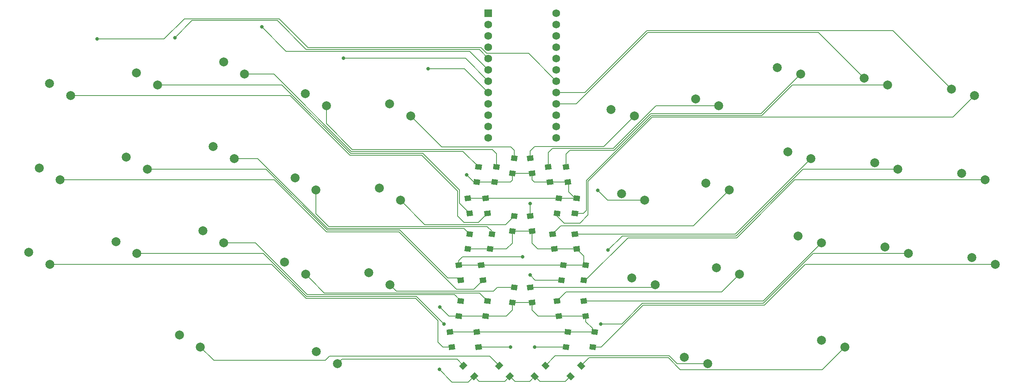
<source format=gbr>
G04 #@! TF.GenerationSoftware,KiCad,Pcbnew,(5.1.9)-1*
G04 #@! TF.CreationDate,2021-11-23T16:25:02-08:00*
G04 #@! TF.ProjectId,Claudia_choc,436c6175-6469-4615-9f63-686f632e6b69,rev?*
G04 #@! TF.SameCoordinates,Original*
G04 #@! TF.FileFunction,Copper,L1,Top*
G04 #@! TF.FilePolarity,Positive*
%FSLAX46Y46*%
G04 Gerber Fmt 4.6, Leading zero omitted, Abs format (unit mm)*
G04 Created by KiCad (PCBNEW (5.1.9)-1) date 2021-11-23 16:25:02*
%MOMM*%
%LPD*%
G01*
G04 APERTURE LIST*
G04 #@! TA.AperFunction,ComponentPad*
%ADD10C,2.000000*%
G04 #@! TD*
G04 #@! TA.AperFunction,ComponentPad*
%ADD11C,1.752600*%
G04 #@! TD*
G04 #@! TA.AperFunction,ComponentPad*
%ADD12R,1.752600X1.752600*%
G04 #@! TD*
G04 #@! TA.AperFunction,SMDPad,CuDef*
%ADD13C,0.100000*%
G04 #@! TD*
G04 #@! TA.AperFunction,ViaPad*
%ADD14C,0.800000*%
G04 #@! TD*
G04 #@! TA.AperFunction,Conductor*
%ADD15C,0.200000*%
G04 #@! TD*
G04 APERTURE END LIST*
D10*
X32079970Y-53591352D03*
X36786775Y-56285045D03*
X174330985Y-114932695D03*
X179549641Y-116407695D03*
X29758359Y-72499356D03*
X34465164Y-75193049D03*
X27436748Y-91407361D03*
X32143553Y-94101054D03*
X51568377Y-51185962D03*
X56275182Y-53879655D03*
X49246766Y-70093966D03*
X53953571Y-72787659D03*
X46925155Y-89001971D03*
X51631960Y-91695664D03*
X71056784Y-48780572D03*
X75763589Y-51474265D03*
X68735173Y-67688576D03*
X73441978Y-70382269D03*
X66413562Y-86596581D03*
X71120367Y-89290274D03*
X89384385Y-55829184D03*
X94091190Y-58522877D03*
X87062774Y-74737188D03*
X91769579Y-77430881D03*
X84741163Y-93645193D03*
X89447968Y-96338886D03*
X61148295Y-109941415D03*
X65855100Y-112635108D03*
X103649168Y-95966804D03*
X108355973Y-98660497D03*
X160233761Y-78277492D03*
X165452417Y-79752492D03*
X162555371Y-97185497D03*
X167774027Y-98660497D03*
X179141765Y-75955881D03*
X184360421Y-77430881D03*
X181463376Y-94863886D03*
X186682032Y-96338886D03*
X205056244Y-111160108D03*
X210274900Y-112635108D03*
X195147755Y-49999265D03*
X200366411Y-51474265D03*
X197469366Y-68907269D03*
X202688022Y-70382269D03*
X199790977Y-87815274D03*
X205009633Y-89290274D03*
X214636162Y-52404655D03*
X219854818Y-53879655D03*
X216957773Y-71312659D03*
X222176429Y-72787659D03*
X219279384Y-90220664D03*
X224498040Y-91695664D03*
X234124569Y-54810045D03*
X239343225Y-56285045D03*
X238767791Y-92626054D03*
X243986447Y-94101054D03*
X108292389Y-58150795D03*
X112999194Y-60844488D03*
X105970778Y-77058799D03*
X110677583Y-79752492D03*
X236446180Y-73718049D03*
X241664836Y-75193049D03*
X176820154Y-57047877D03*
X182038810Y-58522877D03*
X157912150Y-59369488D03*
X163130806Y-60844488D03*
X91873554Y-113714002D03*
X96580359Y-116407695D03*
D11*
X145643600Y-37820600D03*
X130403600Y-65760600D03*
X145643600Y-40360600D03*
X145643600Y-42900600D03*
X145643600Y-45440600D03*
X145643600Y-47980600D03*
X145643600Y-50520600D03*
X145643600Y-53060600D03*
X145643600Y-55600600D03*
X145643600Y-58140600D03*
X145643600Y-60680600D03*
X145643600Y-63220600D03*
X145643600Y-65760600D03*
X130403600Y-63220600D03*
X130403600Y-60680600D03*
X130403600Y-58140600D03*
X130403600Y-55600600D03*
X130403600Y-53060600D03*
X130403600Y-50520600D03*
X130403600Y-47980600D03*
X130403600Y-45440600D03*
X130403600Y-42900600D03*
X130403600Y-40360600D03*
D12*
X130403600Y-37820600D03*
G04 #@! TA.AperFunction,SMDPad,CuDef*
D13*
G36*
X154414483Y-113368164D02*
G01*
X153024918Y-113197547D01*
X153171161Y-112006492D01*
X154560726Y-112177109D01*
X154414483Y-113368164D01*
G37*
G04 #@! TD.AperFunction*
G04 #@! TA.AperFunction,SMDPad,CuDef*
G36*
X154828839Y-109993508D02*
G01*
X153439274Y-109822891D01*
X153585517Y-108631836D01*
X154975082Y-108802453D01*
X154828839Y-109993508D01*
G37*
G04 #@! TD.AperFunction*
G04 #@! TA.AperFunction,SMDPad,CuDef*
G36*
X152414483Y-98368164D02*
G01*
X151024918Y-98197547D01*
X151171161Y-97006492D01*
X152560726Y-97177109D01*
X152414483Y-98368164D01*
G37*
G04 #@! TD.AperFunction*
G04 #@! TA.AperFunction,SMDPad,CuDef*
G36*
X152828839Y-94993508D02*
G01*
X151439274Y-94822891D01*
X151585517Y-93631836D01*
X152975082Y-93802453D01*
X152828839Y-94993508D01*
G37*
G04 #@! TD.AperFunction*
G04 #@! TA.AperFunction,SMDPad,CuDef*
G36*
X146414483Y-83368164D02*
G01*
X145024918Y-83197547D01*
X145171161Y-82006492D01*
X146560726Y-82177109D01*
X146414483Y-83368164D01*
G37*
G04 #@! TD.AperFunction*
G04 #@! TA.AperFunction,SMDPad,CuDef*
G36*
X146828839Y-79993508D02*
G01*
X145439274Y-79822891D01*
X145585517Y-78631836D01*
X146975082Y-78802453D01*
X146828839Y-79993508D01*
G37*
G04 #@! TD.AperFunction*
G04 #@! TA.AperFunction,SMDPad,CuDef*
G36*
X148414483Y-113368164D02*
G01*
X147024918Y-113197547D01*
X147171161Y-112006492D01*
X148560726Y-112177109D01*
X148414483Y-113368164D01*
G37*
G04 #@! TD.AperFunction*
G04 #@! TA.AperFunction,SMDPad,CuDef*
G36*
X148828839Y-109993508D02*
G01*
X147439274Y-109822891D01*
X147585517Y-108631836D01*
X148975082Y-108802453D01*
X148828839Y-109993508D01*
G37*
G04 #@! TD.AperFunction*
G04 #@! TA.AperFunction,SMDPad,CuDef*
G36*
X147414483Y-98368164D02*
G01*
X146024918Y-98197547D01*
X146171161Y-97006492D01*
X147560726Y-97177109D01*
X147414483Y-98368164D01*
G37*
G04 #@! TD.AperFunction*
G04 #@! TA.AperFunction,SMDPad,CuDef*
G36*
X147828839Y-94993508D02*
G01*
X146439274Y-94822891D01*
X146585517Y-93631836D01*
X147975082Y-93802453D01*
X147828839Y-94993508D01*
G37*
G04 #@! TD.AperFunction*
G04 #@! TA.AperFunction,SMDPad,CuDef*
G36*
X150414483Y-83368164D02*
G01*
X149024918Y-83197547D01*
X149171161Y-82006492D01*
X150560726Y-82177109D01*
X150414483Y-83368164D01*
G37*
G04 #@! TD.AperFunction*
G04 #@! TA.AperFunction,SMDPad,CuDef*
G36*
X150828839Y-79993508D02*
G01*
X149439274Y-79822891D01*
X149585517Y-78631836D01*
X150975082Y-78802453D01*
X150828839Y-79993508D01*
G37*
G04 #@! TD.AperFunction*
G04 #@! TA.AperFunction,SMDPad,CuDef*
G36*
X151024918Y-101802453D02*
G01*
X152414483Y-101631836D01*
X152560726Y-102822891D01*
X151171161Y-102993508D01*
X151024918Y-101802453D01*
G37*
G04 #@! TD.AperFunction*
G04 #@! TA.AperFunction,SMDPad,CuDef*
G36*
X151439274Y-105177109D02*
G01*
X152828839Y-105006492D01*
X152975082Y-106197547D01*
X151585517Y-106368164D01*
X151439274Y-105177109D01*
G37*
G04 #@! TD.AperFunction*
G04 #@! TA.AperFunction,SMDPad,CuDef*
G36*
X149024918Y-86802453D02*
G01*
X150414483Y-86631836D01*
X150560726Y-87822891D01*
X149171161Y-87993508D01*
X149024918Y-86802453D01*
G37*
G04 #@! TD.AperFunction*
G04 #@! TA.AperFunction,SMDPad,CuDef*
G36*
X149439274Y-90177109D02*
G01*
X150828839Y-90006492D01*
X150975082Y-91197547D01*
X149585517Y-91368164D01*
X149439274Y-90177109D01*
G37*
G04 #@! TD.AperFunction*
G04 #@! TA.AperFunction,SMDPad,CuDef*
G36*
X147024918Y-71802453D02*
G01*
X148414483Y-71631836D01*
X148560726Y-72822891D01*
X147171161Y-72993508D01*
X147024918Y-71802453D01*
G37*
G04 #@! TD.AperFunction*
G04 #@! TA.AperFunction,SMDPad,CuDef*
G36*
X147439274Y-75177109D02*
G01*
X148828839Y-75006492D01*
X148975082Y-76197547D01*
X147585517Y-76368164D01*
X147439274Y-75177109D01*
G37*
G04 #@! TD.AperFunction*
G04 #@! TA.AperFunction,SMDPad,CuDef*
G36*
X151131371Y-115878679D02*
G01*
X152121321Y-116868629D01*
X151272793Y-117717157D01*
X150282843Y-116727207D01*
X151131371Y-115878679D01*
G37*
G04 #@! TD.AperFunction*
G04 #@! TA.AperFunction,SMDPad,CuDef*
G36*
X148727207Y-118282843D02*
G01*
X149717157Y-119272793D01*
X148868629Y-120121321D01*
X147878679Y-119131371D01*
X148727207Y-118282843D01*
G37*
G04 #@! TD.AperFunction*
G04 #@! TA.AperFunction,SMDPad,CuDef*
G36*
X145439274Y-105177109D02*
G01*
X146828839Y-105006492D01*
X146975082Y-106197547D01*
X145585517Y-106368164D01*
X145439274Y-105177109D01*
G37*
G04 #@! TD.AperFunction*
G04 #@! TA.AperFunction,SMDPad,CuDef*
G36*
X145024918Y-101802453D02*
G01*
X146414483Y-101631836D01*
X146560726Y-102822891D01*
X145171161Y-102993508D01*
X145024918Y-101802453D01*
G37*
G04 #@! TD.AperFunction*
G04 #@! TA.AperFunction,SMDPad,CuDef*
G36*
X144024918Y-86802453D02*
G01*
X145414483Y-86631836D01*
X145560726Y-87822891D01*
X144171161Y-87993508D01*
X144024918Y-86802453D01*
G37*
G04 #@! TD.AperFunction*
G04 #@! TA.AperFunction,SMDPad,CuDef*
G36*
X144439274Y-90177109D02*
G01*
X145828839Y-90006492D01*
X145975082Y-91197547D01*
X144585517Y-91368164D01*
X144439274Y-90177109D01*
G37*
G04 #@! TD.AperFunction*
G04 #@! TA.AperFunction,SMDPad,CuDef*
G36*
X143024918Y-71802453D02*
G01*
X144414483Y-71631836D01*
X144560726Y-72822891D01*
X143171161Y-72993508D01*
X143024918Y-71802453D01*
G37*
G04 #@! TD.AperFunction*
G04 #@! TA.AperFunction,SMDPad,CuDef*
G36*
X143439274Y-75177109D02*
G01*
X144828839Y-75006492D01*
X144975082Y-76197547D01*
X143585517Y-76368164D01*
X143439274Y-75177109D01*
G37*
G04 #@! TD.AperFunction*
G04 #@! TA.AperFunction,SMDPad,CuDef*
G36*
X143131371Y-115878679D02*
G01*
X144121321Y-116868629D01*
X143272793Y-117717157D01*
X142282843Y-116727207D01*
X143131371Y-115878679D01*
G37*
G04 #@! TD.AperFunction*
G04 #@! TA.AperFunction,SMDPad,CuDef*
G36*
X140727207Y-118282843D02*
G01*
X141717157Y-119272793D01*
X140868629Y-120121321D01*
X139878679Y-119131371D01*
X140727207Y-118282843D01*
G37*
G04 #@! TD.AperFunction*
G04 #@! TA.AperFunction,SMDPad,CuDef*
G36*
X139439274Y-102177109D02*
G01*
X140828839Y-102006492D01*
X140975082Y-103197547D01*
X139585517Y-103368164D01*
X139439274Y-102177109D01*
G37*
G04 #@! TD.AperFunction*
G04 #@! TA.AperFunction,SMDPad,CuDef*
G36*
X139024918Y-98802453D02*
G01*
X140414483Y-98631836D01*
X140560726Y-99822891D01*
X139171161Y-99993508D01*
X139024918Y-98802453D01*
G37*
G04 #@! TD.AperFunction*
G04 #@! TA.AperFunction,SMDPad,CuDef*
G36*
X139024918Y-82802453D02*
G01*
X140414483Y-82631836D01*
X140560726Y-83822891D01*
X139171161Y-83993508D01*
X139024918Y-82802453D01*
G37*
G04 #@! TD.AperFunction*
G04 #@! TA.AperFunction,SMDPad,CuDef*
G36*
X139439274Y-86177109D02*
G01*
X140828839Y-86006492D01*
X140975082Y-87197547D01*
X139585517Y-87368164D01*
X139439274Y-86177109D01*
G37*
G04 #@! TD.AperFunction*
G04 #@! TA.AperFunction,SMDPad,CuDef*
G36*
X139439274Y-73177109D02*
G01*
X140828839Y-73006492D01*
X140975082Y-74197547D01*
X139585517Y-74368164D01*
X139439274Y-73177109D01*
G37*
G04 #@! TD.AperFunction*
G04 #@! TA.AperFunction,SMDPad,CuDef*
G36*
X139024918Y-69802453D02*
G01*
X140414483Y-69631836D01*
X140560726Y-70822891D01*
X139171161Y-70993508D01*
X139024918Y-69802453D01*
G37*
G04 #@! TD.AperFunction*
G04 #@! TA.AperFunction,SMDPad,CuDef*
G36*
X131878679Y-116868629D02*
G01*
X132868629Y-115878679D01*
X133717157Y-116727207D01*
X132727207Y-117717157D01*
X131878679Y-116868629D01*
G37*
G04 #@! TD.AperFunction*
G04 #@! TA.AperFunction,SMDPad,CuDef*
G36*
X134282843Y-119272793D02*
G01*
X135272793Y-118282843D01*
X136121321Y-119131371D01*
X135131371Y-120121321D01*
X134282843Y-119272793D01*
G37*
G04 #@! TD.AperFunction*
G04 #@! TA.AperFunction,SMDPad,CuDef*
G36*
X135171161Y-102006492D02*
G01*
X136560726Y-102177109D01*
X136414483Y-103368164D01*
X135024918Y-103197547D01*
X135171161Y-102006492D01*
G37*
G04 #@! TD.AperFunction*
G04 #@! TA.AperFunction,SMDPad,CuDef*
G36*
X135585517Y-98631836D02*
G01*
X136975082Y-98802453D01*
X136828839Y-99993508D01*
X135439274Y-99822891D01*
X135585517Y-98631836D01*
G37*
G04 #@! TD.AperFunction*
G04 #@! TA.AperFunction,SMDPad,CuDef*
G36*
X135585517Y-82631836D02*
G01*
X136975082Y-82802453D01*
X136828839Y-83993508D01*
X135439274Y-83822891D01*
X135585517Y-82631836D01*
G37*
G04 #@! TD.AperFunction*
G04 #@! TA.AperFunction,SMDPad,CuDef*
G36*
X135171161Y-86006492D02*
G01*
X136560726Y-86177109D01*
X136414483Y-87368164D01*
X135024918Y-87197547D01*
X135171161Y-86006492D01*
G37*
G04 #@! TD.AperFunction*
G04 #@! TA.AperFunction,SMDPad,CuDef*
G36*
X135171161Y-73006492D02*
G01*
X136560726Y-73177109D01*
X136414483Y-74368164D01*
X135024918Y-74197547D01*
X135171161Y-73006492D01*
G37*
G04 #@! TD.AperFunction*
G04 #@! TA.AperFunction,SMDPad,CuDef*
G36*
X135585517Y-69631836D02*
G01*
X136975082Y-69802453D01*
X136828839Y-70993508D01*
X135439274Y-70822891D01*
X135585517Y-69631836D01*
G37*
G04 #@! TD.AperFunction*
G04 #@! TA.AperFunction,SMDPad,CuDef*
G36*
X123878679Y-116868629D02*
G01*
X124868629Y-115878679D01*
X125717157Y-116727207D01*
X124727207Y-117717157D01*
X123878679Y-116868629D01*
G37*
G04 #@! TD.AperFunction*
G04 #@! TA.AperFunction,SMDPad,CuDef*
G36*
X126282843Y-119272793D02*
G01*
X127272793Y-118282843D01*
X128121321Y-119131371D01*
X127131371Y-120121321D01*
X126282843Y-119272793D01*
G37*
G04 #@! TD.AperFunction*
G04 #@! TA.AperFunction,SMDPad,CuDef*
G36*
X129585517Y-101631836D02*
G01*
X130975082Y-101802453D01*
X130828839Y-102993508D01*
X129439274Y-102822891D01*
X129585517Y-101631836D01*
G37*
G04 #@! TD.AperFunction*
G04 #@! TA.AperFunction,SMDPad,CuDef*
G36*
X129171161Y-105006492D02*
G01*
X130560726Y-105177109D01*
X130414483Y-106368164D01*
X129024918Y-106197547D01*
X129171161Y-105006492D01*
G37*
G04 #@! TD.AperFunction*
G04 #@! TA.AperFunction,SMDPad,CuDef*
G36*
X130585517Y-86631836D02*
G01*
X131975082Y-86802453D01*
X131828839Y-87993508D01*
X130439274Y-87822891D01*
X130585517Y-86631836D01*
G37*
G04 #@! TD.AperFunction*
G04 #@! TA.AperFunction,SMDPad,CuDef*
G36*
X130171161Y-90006492D02*
G01*
X131560726Y-90177109D01*
X131414483Y-91368164D01*
X130024918Y-91197547D01*
X130171161Y-90006492D01*
G37*
G04 #@! TD.AperFunction*
G04 #@! TA.AperFunction,SMDPad,CuDef*
G36*
X131585517Y-71631836D02*
G01*
X132975082Y-71802453D01*
X132828839Y-72993508D01*
X131439274Y-72822891D01*
X131585517Y-71631836D01*
G37*
G04 #@! TD.AperFunction*
G04 #@! TA.AperFunction,SMDPad,CuDef*
G36*
X131171161Y-75006492D02*
G01*
X132560726Y-75177109D01*
X132414483Y-76368164D01*
X131024918Y-76197547D01*
X131171161Y-75006492D01*
G37*
G04 #@! TD.AperFunction*
G04 #@! TA.AperFunction,SMDPad,CuDef*
G36*
X123585517Y-101631836D02*
G01*
X124975082Y-101802453D01*
X124828839Y-102993508D01*
X123439274Y-102822891D01*
X123585517Y-101631836D01*
G37*
G04 #@! TD.AperFunction*
G04 #@! TA.AperFunction,SMDPad,CuDef*
G36*
X123171161Y-105006492D02*
G01*
X124560726Y-105177109D01*
X124414483Y-106368164D01*
X123024918Y-106197547D01*
X123171161Y-105006492D01*
G37*
G04 #@! TD.AperFunction*
G04 #@! TA.AperFunction,SMDPad,CuDef*
G36*
X125585517Y-86631836D02*
G01*
X126975082Y-86802453D01*
X126828839Y-87993508D01*
X125439274Y-87822891D01*
X125585517Y-86631836D01*
G37*
G04 #@! TD.AperFunction*
G04 #@! TA.AperFunction,SMDPad,CuDef*
G36*
X125171161Y-90006492D02*
G01*
X126560726Y-90177109D01*
X126414483Y-91368164D01*
X125024918Y-91197547D01*
X125171161Y-90006492D01*
G37*
G04 #@! TD.AperFunction*
G04 #@! TA.AperFunction,SMDPad,CuDef*
G36*
X127585517Y-71631836D02*
G01*
X128975082Y-71802453D01*
X128828839Y-72993508D01*
X127439274Y-72822891D01*
X127585517Y-71631836D01*
G37*
G04 #@! TD.AperFunction*
G04 #@! TA.AperFunction,SMDPad,CuDef*
G36*
X127171161Y-75006492D02*
G01*
X128560726Y-75177109D01*
X128414483Y-76368164D01*
X127024918Y-76197547D01*
X127171161Y-75006492D01*
G37*
G04 #@! TD.AperFunction*
G04 #@! TA.AperFunction,SMDPad,CuDef*
G36*
X128975082Y-113197547D02*
G01*
X127585517Y-113368164D01*
X127439274Y-112177109D01*
X128828839Y-112006492D01*
X128975082Y-113197547D01*
G37*
G04 #@! TD.AperFunction*
G04 #@! TA.AperFunction,SMDPad,CuDef*
G36*
X128560726Y-109822891D02*
G01*
X127171161Y-109993508D01*
X127024918Y-108802453D01*
X128414483Y-108631836D01*
X128560726Y-109822891D01*
G37*
G04 #@! TD.AperFunction*
G04 #@! TA.AperFunction,SMDPad,CuDef*
G36*
X124975082Y-98197547D02*
G01*
X123585517Y-98368164D01*
X123439274Y-97177109D01*
X124828839Y-97006492D01*
X124975082Y-98197547D01*
G37*
G04 #@! TD.AperFunction*
G04 #@! TA.AperFunction,SMDPad,CuDef*
G36*
X124560726Y-94822891D02*
G01*
X123171161Y-94993508D01*
X123024918Y-93802453D01*
X124414483Y-93631836D01*
X124560726Y-94822891D01*
G37*
G04 #@! TD.AperFunction*
G04 #@! TA.AperFunction,SMDPad,CuDef*
G36*
X126975082Y-83197547D02*
G01*
X125585517Y-83368164D01*
X125439274Y-82177109D01*
X126828839Y-82006492D01*
X126975082Y-83197547D01*
G37*
G04 #@! TD.AperFunction*
G04 #@! TA.AperFunction,SMDPad,CuDef*
G36*
X126560726Y-79822891D02*
G01*
X125171161Y-79993508D01*
X125024918Y-78802453D01*
X126414483Y-78631836D01*
X126560726Y-79822891D01*
G37*
G04 #@! TD.AperFunction*
G04 #@! TA.AperFunction,SMDPad,CuDef*
G36*
X122975082Y-113197547D02*
G01*
X121585517Y-113368164D01*
X121439274Y-112177109D01*
X122828839Y-112006492D01*
X122975082Y-113197547D01*
G37*
G04 #@! TD.AperFunction*
G04 #@! TA.AperFunction,SMDPad,CuDef*
G36*
X122560726Y-109822891D02*
G01*
X121171161Y-109993508D01*
X121024918Y-108802453D01*
X122414483Y-108631836D01*
X122560726Y-109822891D01*
G37*
G04 #@! TD.AperFunction*
G04 #@! TA.AperFunction,SMDPad,CuDef*
G36*
X129975082Y-98197547D02*
G01*
X128585517Y-98368164D01*
X128439274Y-97177109D01*
X129828839Y-97006492D01*
X129975082Y-98197547D01*
G37*
G04 #@! TD.AperFunction*
G04 #@! TA.AperFunction,SMDPad,CuDef*
G36*
X129560726Y-94822891D02*
G01*
X128171161Y-94993508D01*
X128024918Y-93802453D01*
X129414483Y-93631836D01*
X129560726Y-94822891D01*
G37*
G04 #@! TD.AperFunction*
G04 #@! TA.AperFunction,SMDPad,CuDef*
G36*
X130975082Y-83197547D02*
G01*
X129585517Y-83368164D01*
X129439274Y-82177109D01*
X130828839Y-82006492D01*
X130975082Y-83197547D01*
G37*
G04 #@! TD.AperFunction*
G04 #@! TA.AperFunction,SMDPad,CuDef*
G36*
X130560726Y-79822891D02*
G01*
X129171161Y-79993508D01*
X129024918Y-78802453D01*
X130414483Y-78631836D01*
X130560726Y-79822891D01*
G37*
G04 #@! TD.AperFunction*
D14*
X125552200Y-74091800D03*
X138099800Y-92430600D03*
X97950382Y-47934269D03*
X119557800Y-103682800D03*
X60134374Y-43291047D03*
X42729161Y-43613243D03*
X79622781Y-40885657D03*
X116858386Y-50255880D03*
X135382000Y-112687328D03*
X120421400Y-107492800D03*
X139792822Y-80518000D03*
X119430800Y-117703600D03*
X154935764Y-77546200D03*
X139725400Y-96520000D03*
X157226000Y-90932000D03*
X140741400Y-112687328D03*
X155600400Y-107467400D03*
D15*
X97570454Y-115417600D02*
X96580359Y-116407695D01*
X148000000Y-75700000D02*
X144000000Y-75700000D01*
X132000000Y-75700000D02*
X128000000Y-75700000D01*
X145792822Y-79312672D02*
X149792822Y-79312672D01*
X149792822Y-79312672D02*
X148361400Y-77881250D01*
X148361400Y-75841550D02*
X148207178Y-75687328D01*
X148361400Y-77881250D02*
X148361400Y-75841550D01*
X140207178Y-73687328D02*
X140207178Y-75183178D01*
X140711328Y-75687328D02*
X144207178Y-75687328D01*
X140207178Y-75183178D02*
X140711328Y-75687328D01*
X135792822Y-73687328D02*
X135792822Y-75255778D01*
X135361272Y-75687328D02*
X131792822Y-75687328D01*
X135792822Y-75255778D02*
X135361272Y-75687328D01*
X125792822Y-79312672D02*
X129792822Y-79312672D01*
X129792822Y-79312672D02*
X146207178Y-79312672D01*
X140207178Y-73687328D02*
X135792822Y-73687328D01*
X127792822Y-75687328D02*
X127147728Y-75687328D01*
X127147728Y-75687328D02*
X125552200Y-74091800D01*
X125552200Y-74091800D02*
X125552200Y-74091800D01*
X124207178Y-94312672D02*
X129207178Y-94312672D01*
X129207178Y-94312672D02*
X146792822Y-94312672D01*
X146792822Y-94312672D02*
X151792822Y-94312672D01*
X151792822Y-92272972D02*
X150207178Y-90687328D01*
X151792822Y-94312672D02*
X151792822Y-92272972D01*
X150207178Y-90687328D02*
X145207178Y-90687328D01*
X130792822Y-90687328D02*
X125792822Y-90687328D01*
X140207178Y-86687328D02*
X140207178Y-89407178D01*
X141487328Y-90687328D02*
X145207178Y-90687328D01*
X140207178Y-89407178D02*
X141487328Y-90687328D01*
X140207178Y-86687328D02*
X135792822Y-86687328D01*
X135792822Y-86687328D02*
X135792822Y-89352778D01*
X134458272Y-90687328D02*
X130792822Y-90687328D01*
X135792822Y-89352778D02*
X134458272Y-90687328D01*
X123792822Y-94312672D02*
X123792822Y-93275578D01*
X123792822Y-93275578D02*
X124637800Y-92430600D01*
X124637800Y-92430600D02*
X138099800Y-92430600D01*
X138099800Y-92430600D02*
X138099800Y-92430600D01*
X125277269Y-47934269D02*
X130403600Y-53060600D01*
X97950382Y-47934269D02*
X97950382Y-47934269D01*
X97950382Y-47934269D02*
X125277269Y-47934269D01*
X122207178Y-109312672D02*
X128207178Y-109312672D01*
X128207178Y-109312672D02*
X147792822Y-109312672D01*
X147792822Y-109312672D02*
X153792822Y-109312672D01*
X153792822Y-109312672D02*
X153792822Y-108555422D01*
X152207178Y-106969778D02*
X152207178Y-105687328D01*
X153792822Y-108555422D02*
X152207178Y-106969778D01*
X152207178Y-105687328D02*
X146207178Y-105687328D01*
X140207178Y-102687328D02*
X140207178Y-104367778D01*
X141526728Y-105687328D02*
X146207178Y-105687328D01*
X140207178Y-104367778D02*
X141526728Y-105687328D01*
X140207178Y-102687328D02*
X135792822Y-102687328D01*
X135792822Y-102687328D02*
X135792822Y-104338778D01*
X134444272Y-105687328D02*
X129792822Y-105687328D01*
X135792822Y-104338778D02*
X134444272Y-105687328D01*
X129792822Y-105687328D02*
X123792822Y-105687328D01*
X123792822Y-105687328D02*
X121562328Y-105687328D01*
X121562328Y-105687328D02*
X119557800Y-103682800D01*
X119557800Y-103682800D02*
X119557800Y-103682800D01*
X83097856Y-39460656D02*
X89592190Y-45954990D01*
X63964765Y-39460656D02*
X83097856Y-39460656D01*
X60134374Y-43291047D02*
X60134374Y-43291047D01*
X128377990Y-45954990D02*
X130403600Y-47980600D01*
X89592190Y-45954990D02*
X128377990Y-45954990D01*
X60134374Y-43291047D02*
X63964765Y-39460656D01*
X62255773Y-39060646D02*
X83510646Y-39060646D01*
X57703176Y-43613243D02*
X62255773Y-39060646D01*
X42729161Y-43613243D02*
X42729161Y-43613243D01*
X139387299Y-46804299D02*
X145643600Y-53060600D01*
X130026373Y-46804299D02*
X139387299Y-46804299D01*
X128777054Y-45554980D02*
X130026373Y-46804299D01*
X90004980Y-45554980D02*
X128777054Y-45554980D01*
X83510646Y-39060646D02*
X90004980Y-45554980D01*
X42729161Y-43613243D02*
X57703176Y-43613243D01*
X126238000Y-46355000D02*
X130403600Y-50520600D01*
X85092124Y-46355000D02*
X126238000Y-46355000D01*
X79622781Y-40885657D02*
X79622781Y-40885657D01*
X79622781Y-40885657D02*
X85092124Y-46355000D01*
X127202082Y-119202082D02*
X128346200Y-120346200D01*
X134057964Y-120346200D02*
X135202082Y-119202082D01*
X128346200Y-120346200D02*
X134057964Y-120346200D01*
X135202082Y-119202082D02*
X136345200Y-120345200D01*
X139654800Y-120345200D02*
X140797918Y-119202082D01*
X136345200Y-120345200D02*
X139654800Y-120345200D01*
X140797918Y-119202082D02*
X141941036Y-120345200D01*
X147654800Y-120345200D02*
X148797918Y-119202082D01*
X141941036Y-120345200D02*
X147654800Y-120345200D01*
X125058880Y-50255880D02*
X130403600Y-55600600D01*
X116858386Y-50255880D02*
X116858386Y-50255880D01*
X116858386Y-50255880D02*
X125058880Y-50255880D01*
X150063200Y-58140600D02*
X145643600Y-58140600D01*
X166067303Y-42136497D02*
X150063200Y-58140600D01*
X128134706Y-84759800D02*
X130207178Y-82687328D01*
X124968000Y-84759800D02*
X128134706Y-84759800D01*
X123526590Y-77679590D02*
X123526590Y-83318390D01*
X115468400Y-69621400D02*
X123526590Y-77679590D01*
X123526590Y-83318390D02*
X124968000Y-84759800D01*
X99351004Y-69621400D02*
X99542600Y-69621400D01*
X86014649Y-56285045D02*
X99351004Y-69621400D01*
X36786775Y-56285045D02*
X86014649Y-56285045D01*
X99542600Y-69621400D02*
X115468400Y-69621400D01*
X99351003Y-69621400D02*
X99542600Y-69621400D01*
X123266200Y-99720400D02*
X127174106Y-99720400D01*
X110413800Y-86868000D02*
X123266200Y-99720400D01*
X127174106Y-99720400D02*
X129207178Y-97687328D01*
X94093200Y-86868000D02*
X110413800Y-86868000D01*
X82418249Y-75193049D02*
X94093200Y-86868000D01*
X34465164Y-75193049D02*
X82418249Y-75193049D01*
X120205728Y-112687328D02*
X122207178Y-112687328D01*
X119100600Y-111582200D02*
X120205728Y-112687328D01*
X119100600Y-106737698D02*
X119100600Y-111582200D01*
X114140702Y-101777800D02*
X119100600Y-106737698D01*
X89521204Y-101777800D02*
X114140702Y-101777800D01*
X81844458Y-94101054D02*
X89521204Y-101777800D01*
X32143553Y-94101054D02*
X81844458Y-94101054D01*
X123926600Y-77444600D02*
X123926600Y-80406750D01*
X115697000Y-69215000D02*
X123926600Y-77444600D01*
X123926600Y-80406750D02*
X126207178Y-82687328D01*
X99510302Y-69215000D02*
X115697000Y-69215000D01*
X84174957Y-53879655D02*
X99510302Y-69215000D01*
X56275182Y-53879655D02*
X84174957Y-53879655D01*
X123668780Y-97148930D02*
X124207178Y-97687328D01*
X121278930Y-97148930D02*
X123668780Y-97148930D01*
X110591600Y-86461600D02*
X121278930Y-97148930D01*
X94252500Y-86461600D02*
X110591600Y-86461600D01*
X80578559Y-72787659D02*
X94252500Y-86461600D01*
X53953571Y-72787659D02*
X80578559Y-72787659D01*
X128207178Y-112687328D02*
X135382000Y-112687328D01*
X135382000Y-112687328D02*
X135382000Y-112687328D01*
X51631960Y-91695664D02*
X80004766Y-91695664D01*
X80004766Y-91695664D02*
X89648711Y-101339610D01*
X114268210Y-101339610D02*
X120421400Y-107492800D01*
X89648711Y-101339610D02*
X114268210Y-101339610D01*
X82335265Y-51474265D02*
X75763589Y-51474265D01*
X99669600Y-68808600D02*
X82335265Y-51474265D01*
X124703106Y-68808600D02*
X99669600Y-68808600D01*
X128207178Y-72312672D02*
X124703106Y-68808600D01*
X94411800Y-86055200D02*
X78738869Y-70382269D01*
X124949706Y-86055200D02*
X94411800Y-86055200D01*
X78738869Y-70382269D02*
X73441978Y-70382269D01*
X126207178Y-87312672D02*
X124949706Y-86055200D01*
X78165074Y-89290274D02*
X71120367Y-89290274D01*
X89814400Y-100939600D02*
X78165074Y-89290274D01*
X122834106Y-100939600D02*
X89814400Y-100939600D01*
X124207178Y-102312672D02*
X122834106Y-100939600D01*
X132207178Y-69342178D02*
X132207178Y-72312672D01*
X131267200Y-68402200D02*
X132207178Y-69342178D01*
X99923600Y-68402200D02*
X131267200Y-68402200D01*
X94091190Y-62569790D02*
X99923600Y-68402200D01*
X94091190Y-58522877D02*
X94091190Y-62569790D01*
X91769579Y-82803379D02*
X92887800Y-83921600D01*
X91769579Y-77430881D02*
X91769579Y-82803379D01*
X92887800Y-83921600D02*
X92769578Y-83803378D01*
X131207178Y-86708167D02*
X130147811Y-85648800D01*
X131207178Y-87312672D02*
X131207178Y-86708167D01*
X130147811Y-85648800D02*
X94615000Y-85648800D01*
X94615000Y-85648800D02*
X92887800Y-83921600D01*
X93635893Y-100526811D02*
X90447967Y-97338885D01*
X130207178Y-102312672D02*
X128421317Y-100526811D01*
X128421317Y-100526811D02*
X93635893Y-100526811D01*
X90447967Y-97338885D02*
X89447968Y-96338886D01*
X136207178Y-70312672D02*
X136207178Y-68541578D01*
X136207178Y-68541578D02*
X135458200Y-67792600D01*
X119947306Y-67792600D02*
X112999194Y-60844488D01*
X135458200Y-67792600D02*
X119947306Y-67792600D01*
X116167491Y-85242400D02*
X110677583Y-79752492D01*
X134277450Y-85242400D02*
X116167491Y-85242400D01*
X136207178Y-83312672D02*
X134277450Y-85242400D01*
X109822276Y-100126800D02*
X108355973Y-98660497D01*
X136207178Y-99312672D02*
X132358072Y-99312672D01*
X132358072Y-99312672D02*
X131543944Y-100126800D01*
X131543944Y-100126800D02*
X109822276Y-100126800D01*
X139792822Y-83312672D02*
X139792822Y-80518000D01*
X139792822Y-80518000D02*
X139792822Y-80518000D01*
X122275600Y-120548400D02*
X119430800Y-117703600D01*
X125855764Y-120548400D02*
X122275600Y-120548400D01*
X127202082Y-119202082D02*
X125855764Y-120548400D01*
X119430800Y-117703600D02*
X119430800Y-117703600D01*
X165912800Y-41706800D02*
X152019000Y-55600600D01*
X152019000Y-55600600D02*
X145643600Y-55600600D01*
X165942487Y-41736487D02*
X165912800Y-41706800D01*
X221051011Y-41736487D02*
X165942487Y-41736487D01*
X234124569Y-54810045D02*
X221051011Y-41736487D01*
X204368004Y-42136497D02*
X166067303Y-42136497D01*
X214636162Y-52404655D02*
X204368004Y-42136497D01*
X124797918Y-116797918D02*
X123417600Y-115417600D01*
X123417600Y-115417600D02*
X97570454Y-115417600D01*
X132797918Y-116797918D02*
X130706400Y-114706400D01*
X130706400Y-114706400D02*
X94843600Y-114706400D01*
X94843600Y-114706400D02*
X93878400Y-115671600D01*
X68891592Y-115671600D02*
X65855100Y-112635108D01*
X93878400Y-115671600D02*
X68891592Y-115671600D01*
X139792822Y-70312672D02*
X139792822Y-68741178D01*
X139792822Y-68741178D02*
X140792200Y-67741800D01*
X156233494Y-67741800D02*
X163130806Y-60844488D01*
X140792200Y-67741800D02*
X156233494Y-67741800D01*
X157142056Y-79752492D02*
X154935764Y-77546200D01*
X165452417Y-79752492D02*
X157142056Y-79752492D01*
X167121852Y-99312672D02*
X167774027Y-98660497D01*
X139792822Y-99312672D02*
X167121852Y-99312672D01*
X172668695Y-116407695D02*
X179549641Y-116407695D01*
X170916600Y-114655600D02*
X172668695Y-116407695D01*
X145344400Y-114655600D02*
X170916600Y-114655600D01*
X143202082Y-116797918D02*
X145344400Y-114655600D01*
X143792822Y-69084578D02*
X143792822Y-72312672D01*
X144735590Y-68141810D02*
X143792822Y-69084578D01*
X158375390Y-68141810D02*
X144735590Y-68141810D01*
X167994323Y-58522877D02*
X158375390Y-68141810D01*
X182038810Y-58522877D02*
X167994323Y-58522877D01*
X176320302Y-85471000D02*
X146634494Y-85471000D01*
X184360421Y-77430881D02*
X176320302Y-85471000D01*
X146634494Y-85471000D02*
X144792822Y-87312672D01*
X147811976Y-100293518D02*
X145792822Y-102312672D01*
X182727400Y-100293518D02*
X147811976Y-100293518D01*
X186682032Y-96338886D02*
X182727400Y-100293518D01*
X205202312Y-117707696D02*
X173402998Y-117707696D01*
X210274900Y-112635108D02*
X205202312Y-117707696D01*
X173402998Y-117707696D02*
X170750912Y-115055610D01*
X152944390Y-115055610D02*
X151202082Y-116797918D01*
X170750912Y-115055610D02*
X152944390Y-115055610D01*
X148628180Y-68541820D02*
X147792822Y-69377178D01*
X158541079Y-68541820D02*
X148628180Y-68541820D01*
X166757899Y-60325000D02*
X158541079Y-68541820D01*
X147792822Y-69377178D02*
X147792822Y-72312672D01*
X191515676Y-60325000D02*
X166757899Y-60325000D01*
X200366411Y-51474265D02*
X191515676Y-60325000D01*
X185757619Y-87312672D02*
X149792822Y-87312672D01*
X202688022Y-70382269D02*
X185757619Y-87312672D01*
X191987235Y-102312672D02*
X205009633Y-89290274D01*
X151792822Y-102312672D02*
X191987235Y-102312672D01*
X151678472Y-82687328D02*
X149792822Y-82687328D01*
X152349200Y-75299397D02*
X152349200Y-82016600D01*
X166923587Y-60725010D02*
X152349200Y-75299397D01*
X191700190Y-60725010D02*
X166923587Y-60725010D01*
X152349200Y-82016600D02*
X151678472Y-82687328D01*
X198545545Y-53879655D02*
X191700190Y-60725010D01*
X219854818Y-53879655D02*
X198545545Y-53879655D01*
X146792822Y-97687328D02*
X140892728Y-97687328D01*
X140892728Y-97687328D02*
X139725400Y-96520000D01*
X139725400Y-96520000D02*
X139725400Y-96520000D01*
X160401000Y-87757000D02*
X157226000Y-90932000D01*
X185878989Y-87757000D02*
X160401000Y-87757000D01*
X200848330Y-72787659D02*
X185878989Y-87757000D01*
X222176429Y-72787659D02*
X200848330Y-72787659D01*
X147792822Y-112687328D02*
X140741400Y-112687328D01*
X140741400Y-112687328D02*
X140741400Y-112687328D01*
X203198336Y-91695664D02*
X224498040Y-91695664D01*
X164896800Y-102870000D02*
X192024000Y-102870000D01*
X160299400Y-107467400D02*
X164896800Y-102870000D01*
X192024000Y-102870000D02*
X203198336Y-91695664D01*
X155600400Y-107467400D02*
X160299400Y-107467400D01*
X145792822Y-83291833D02*
X145792822Y-82687328D01*
X147387789Y-84886800D02*
X145792822Y-83291833D01*
X150901400Y-84886800D02*
X147387789Y-84886800D01*
X152749210Y-83038990D02*
X150901400Y-84886800D01*
X167076495Y-61137800D02*
X152749210Y-75465085D01*
X234490470Y-61137800D02*
X167076495Y-61137800D01*
X152749210Y-75465085D02*
X152749210Y-83038990D01*
X239343225Y-56285045D02*
X234490470Y-61137800D01*
X152147072Y-97687328D02*
X151792822Y-97687328D01*
X186038287Y-88163400D02*
X161671000Y-88163400D01*
X199008638Y-75193049D02*
X186038287Y-88163400D01*
X161671000Y-88163400D02*
X152147072Y-97687328D01*
X241664836Y-75193049D02*
X199008638Y-75193049D01*
X154498079Y-112687328D02*
X153792822Y-112687328D01*
X155645172Y-112687328D02*
X154498079Y-112687328D01*
X165062489Y-103270011D02*
X155645172Y-112687328D01*
X192233589Y-103270011D02*
X165062489Y-103270011D01*
X201402546Y-94101054D02*
X192233589Y-103270011D01*
X243986447Y-94101054D02*
X201402546Y-94101054D01*
M02*

</source>
